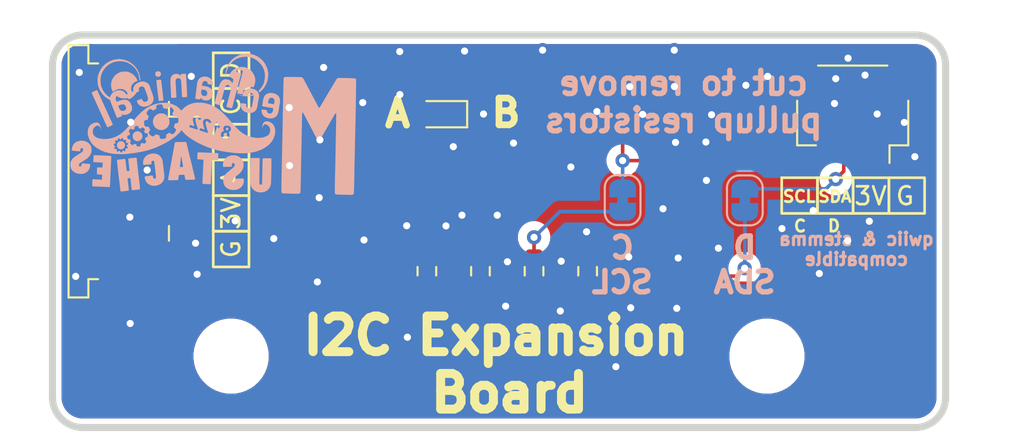
<source format=kicad_pcb>
(kicad_pcb (version 20211014) (generator pcbnew)
  (layers (0 "F.Cu" signal) (31 "B.Cu" signal) (34 "B.Paste" user) (35 "F.Paste" user) (36 "B.SilkS" user "B.Silkscreen") (37 "F.SilkS" user "F.Silkscreen") (38 "B.Mask" user) (39 "F.Mask" user) (44 "Edge.Cuts" user))
  (net 0 "")
  (net 1 "GND")
  (net 2 "+3V3")
  (net 3 "/C")
  (net 4 "/D")
  (net 5 "Net-(JP1-Pad2)")
  (net 6 "Net-(JP2-Pad2)")
  (net 7 "Net-(D1-Pad2)")
  (net 8 "/B")
  (net 9 "/A")
  (footprint "Connector_JST:JST_SH_SM04B-SRSS-TB_1x04-1MP_P1.00mm_Horizontal" (layer "F.Cu") (at 188.85 76.65 180)
    (fp_text reference "J1" hide)
    (fp_text value "Conn_01x04_MountingPin")
    (pad "1" smd roundrect locked (at -1.5 -2 180) (size 0.6 1.55) (layers "F.Cu" "F.Paste" "F.Mask") (net 1 "GND"))
    (pad "2" smd roundrect locked (at -0.5 -2 180) (size 0.6 1.55) (layers "F.Cu" "F.Paste" "F.Mask") (net 2 "+3V3"))
    (pad "3" smd roundrect locked (at 0.5 -2 180) (size 0.6 1.55) (layers "F.Cu" "F.Paste" "F.Mask") (net 4 "/D"))
    (pad "4" smd roundrect locked (at 1.5 -2 180) (size 0.6 1.55) (layers "F.Cu" "F.Paste" "F.Mask") (net 3 "/C"))
    (pad "MP" smd roundrect locked (at 2.8 1.875 180) (size 1.2 1.8) (layers "F.Cu" "F.Paste" "F.Mask") (roundrect_rratio 0.2083333333) (net 1 "GND"))
    (pad "MP" smd roundrect locked (at -2.8 1.875 180) (size 1.2 1.8) (layers "F.Cu" "F.Paste" "F.Mask") (roundrect_rratio 0.2083333333) (net 1 "GND"))
  )
  (footprint "Resistor_SMD:R_0603_1608Metric" (layer "F.Cu") (at 168.01 85.49 -90)
    (fp_text reference "R1" hide)
    (fp_text value "10k")
    (pad "1" smd roundrect (at -0.825 0 270) (size 0.8 0.95) (layers "F.Cu" "F.Paste" "F.Mask") (net 8 "/B"))
    (pad "2" smd roundrect (at 0.825 0 270) (size 0.8 0.95) (layers "F.Cu" "F.Paste" "F.Mask") (net 2 "+3V3"))
  )
  (footprint "Resistor_SMD:R_0603_1608Metric" (layer "F.Cu") (at 171.01 85.49 -90)
    (fp_text reference "R2" hide)
    (fp_text value "4.7k")
    (pad "1" smd roundrect (at -0.825 0 270) (size 0.8 0.95) (layers "F.Cu" "F.Paste" "F.Mask") (net 5 "Net-(JP1-Pad2)"))
    (pad "2" smd roundrect (at 0.825 0 270) (size 0.8 0.95) (layers "F.Cu" "F.Paste" "F.Mask") (net 2 "+3V3"))
  )
  (footprint "LED_SMD:LED_0603_1608Metric" (layer "F.Cu") (at 165.78 76.69 180)
    (fp_text reference "D1" hide)
    (fp_text value "led_g")
    (pad "1" smd roundrect locked (at -0.7875 0 180) (size 0.875 0.95) (layers "F.Cu" "F.Paste" "F.Mask") (net 1 "GND"))
    (pad "2" smd roundrect locked (at 0.7875 0 180) (size 0.875 0.95) (layers "F.Cu" "F.Paste" "F.Mask") (net 7 "Net-(D1-Pad2)"))
  )
  (footprint "MountingHole:MountingHole_3.2mm_M3_ISO14580" (layer "F.Cu") (at 184.05 90.25 180)
    (fp_text reference "H2")
    (fp_text value "MountingHole" hide)
    (pad "" np_thru_hole circle (at 0 0 180) (size 3.2 3.2) (drill 3.2) (layers *.Cu *.Mask))
  )
  (footprint "Resistor_SMD:R_0603_1608Metric" (layer "F.Cu") (at 165.01 85.49 90)
    (fp_text reference "R4" hide)
    (fp_text value "10k")
    (pad "1" smd roundrect (at -0.825 0 90) (size 0.8 0.95) (layers "F.Cu" "F.Paste" "F.Mask") (net 9 "/A"))
    (pad "2" smd roundrect (at 0.825 0 90) (size 0.8 0.95) (layers "F.Cu" "F.Paste" "F.Mask") (net 7 "Net-(D1-Pad2)"))
  )
  (footprint "Resistor_SMD:R_0603_1608Metric" (layer "F.Cu") (at 174.01 85.49 -90)
    (fp_text reference "R3" hide)
    (fp_text value "4.7k")
    (pad "1" smd roundrect (at -0.825 0 270) (size 0.8 0.95) (layers "F.Cu" "F.Paste" "F.Mask") (net 6 "Net-(JP2-Pad2)"))
    (pad "2" smd roundrect (at 0.825 0 270) (size 0.8 0.95) (layers "F.Cu" "F.Paste" "F.Mask") (net 2 "+3V3"))
  )
  (footprint "MountingHole:MountingHole_3.2mm_M3_ISO14580" (layer "F.Cu") (at 154.05 90.25 180)
    (fp_text reference "H1")
    (fp_text value "MountingHole" hide)
    (pad "" np_thru_hole circle (at 0 0 180) (size 3.2 3.2) (drill 3.2) (layers *.Cu *.Mask))
  )
  (footprint "Connector_FFC-FPC:TE_84952-6_1x06-1MP_P1.0mm_Horizontal" (layer "F.Cu") (at 149.66 79.89 -90)
    (fp_text reference "J9" hide)
    (fp_text value "Conn_01x06_MountingPin")
    (pad "1" smd rect locked (at -2.5 -1.8 270) (size 0.61 2) (layers "F.Cu" "F.Paste" "F.Mask") (net 4 "/D"))
    (pad "2" smd rect locked (at -1.5 -1.8 270) (size 0.61 2) (layers "F.Cu" "F.Paste" "F.Mask") (net 3 "/C"))
    (pad "3" smd rect locked (at -0.5 -1.8 270) (size 0.61 2) (layers "F.Cu" "F.Paste" "F.Mask") (net 8 "/B"))
    (pad "4" smd rect locked (at 0.5 -1.8 270) (size 0.61 2) (layers "F.Cu" "F.Paste" "F.Mask") (net 9 "/A"))
    (pad "5" smd rect locked (at 1.5 -1.8 270) (size 0.61 2) (layers "F.Cu" "F.Paste" "F.Mask") (net 2 "+3V3"))
    (pad "6" smd rect locked (at 2.5 -1.8 270) (size 0.61 2) (layers "F.Cu" "F.Paste" "F.Mask") (net 1 "GND"))
    (pad "MP" smd rect locked (at -5.49 1 270) (size 2.68 3.6) (layers "F.Cu" "F.Paste" "F.Mask") (net 1 "GND"))
    (pad "MP" smd rect locked (at 5.49 1 270) (size 2.68 3.6) (layers "F.Cu" "F.Paste" "F.Mask") (net 1 "GND"))
  )
  (footprint "Button_Switch_SMD:SWITCH_2x3_SMD_TACTILE_GREEN" (layer "F.Cu") (at 175.03 76.68)
    (fp_text reference "SW1")
    (fp_text value "SW_Push" hide)
    (pad "1" smd rect (at -3.85 0) (size 1.5 1.2) (layers "F.Cu" "F.Paste" "F.Mask") (net 8 "/B"))
    (pad "2" smd rect (at 3.85 0) (size 1.5 1.2) (layers "F.Cu" "F.Paste" "F.Mask") (net 1 "GND"))
  )
  (footprint "Jumper:SolderJumper-2_P1.3mm_Bridged_RoundedPad1.0x1.5mm" (layer "B.Cu") (at 175.97 81.5 -90)
    (fp_text reference "JP1" hide)
    (fp_text value "Jumper_2_Open")
    (fp_poly (pts (xy 0.25 0.3) (xy -0.25 0.3) (xy -0.25 -0.3) (xy 0.25 -0.3)) (layer "B.Cu") (width 0) (fill solid))
    (pad "1" smd custom locked (at -0.65 0 270) (size 1 0.5) (layers "B.Cu" "B.Mask") (net 3 "/C") (options (clearance outline) (anchor rect)) (primitives (gr_circle (center 0 -0.25) (end 0.5 -0.25) (width 0) (fill yes)) (gr_circle (center 0 0.25) (end 0.5 0.25) (width 0) (fill yes)) (gr_poly (pts (xy 0.5 0.75) (xy 0 0.75) (xy 0 -0.75) (xy 0.5 -0.75)) (width 0) (fill yes))))
    (pad "2" smd custom locked (at 0.65 0 270) (size 1 0.5) (layers "B.Cu" "B.Mask") (net 5 "Net-(JP1-Pad2)") (options (clearance outline) (anchor rect)) (primitives (gr_circle (center 0 -0.25) (end 0.5 -0.25) (width 0) (fill yes)) (gr_circle (center 0 0.25) (end 0.5 0.25) (width 0) (fill yes)) (gr_poly (pts (xy 0 0.75) (xy -0.5 0.75) (xy -0.5 -0.75) (xy 0 -0.75)) (width 0) (fill yes))))
  )
  (footprint "Jumper:SolderJumper-2_P1.3mm_Bridged_RoundedPad1.0x1.5mm" (layer "B.Cu") (at 182.81 81.52 -90)
    (fp_text reference "JP2" hide)
    (fp_text value "Jumper_2_Open")
    (fp_poly (pts (xy 0.25 0.3) (xy -0.25 0.3) (xy -0.25 -0.3) (xy 0.25 -0.3)) (layer "B.Cu") (width 0) (fill solid))
    (pad "1" smd custom locked (at -0.65 0 270) (size 1 0.5) (layers "B.Cu" "B.Mask") (net 4 "/D") (options (clearance outline) (anchor rect)) (primitives (gr_circle (center 0 -0.25) (end 0.5 -0.25) (width 0) (fill yes)) (gr_circle (center 0 0.25) (end 0.5 0.25) (width 0) (fill yes)) (gr_poly (pts (xy 0.5 0.75) (xy 0 0.75) (xy 0 -0.75) (xy 0.5 -0.75)) (width 0) (fill yes))))
    (pad "2" smd custom locked (at 0.65 0 270) (size 1 0.5) (layers "B.Cu" "B.Mask") (net 6 "Net-(JP2-Pad2)") (options (clearance outline) (anchor rect)) (primitives (gr_circle (center 0 -0.25) (end 0.5 -0.25) (width 0) (fill yes)) (gr_circle (center 0 0.25) (end 0.5 0.25) (width 0) (fill yes)) (gr_poly (pts (xy 0 0.75) (xy -0.5 0.75) (xy -0.5 -0.75) (xy 0 -0.75)) (width 0) (fill yes))))
  )
  (footprint "Symbol:mustache_logo_16mm" (layer "B.Cu") (at 153.05 77.25 180)
    (fp_text reference "G***" hide)
    (fp_text value "LOGO" hide)
  )
  (gr_rect (start 155.05 83.25) (end 153.05 81.25) (layer "F.SilkS") (width 0.15) (fill none))
  (gr_rect (start 155.05 81.25) (end 153.05 79.25) (layer "F.SilkS") (width 0.15) (fill none))
  (gr_rect (start 155.05 77.25) (end 153.05 75.25) (layer "F.SilkS") (width 0.15) (fill none))
  (gr_rect (start 186.875 82.25) (end 188.875 80.25) (layer "F.SilkS") (width 0.15) (fill none))
  (gr_rect (start 190.875 82.25) (end 192.875 80.25) (layer "F.SilkS") (width 0.15) (fill none))
  (gr_rect (start 184.875 82.25) (end 186.875 80.25) (layer "F.SilkS") (width 0.15) (fill none))
  (gr_rect (start 155.05 79.25) (end 153.05 77.25) (layer "F.SilkS") (width 0.15) (fill none))
  (gr_rect (start 188.875 82.25) (end 190.875 80.25) (layer "F.SilkS") (width 0.15) (fill none))
  (gr_rect (start 155.05 75.25) (end 153.05 73.25) (layer "F.SilkS") (width 0.15) (fill none))
  (gr_rect (start 155.05 85.25) (end 153.05 83.25) (layer "F.SilkS") (width 0.15) (fill none))
  (gr_arc (start 194.05 92.56005) (mid 193.55501 93.75501) (end 192.36005 94.25) (layer "Edge.Cuts") (width 0.4))
  (gr_line (start 145.73995 94.25) (end 192.36005 94.25) (layer "Edge.Cuts") (width 0.4))
  (gr_line (start 145.73995 72.25) (end 192.36005 72.25) (layer "Edge.Cuts") (width 0.4))
  (gr_line (start 194.05 92.56005) (end 194.05 73.93995) (layer "Edge.Cuts") (width 0.4))
  (gr_arc (start 145.73995 94.25) (mid 144.54499 93.75501) (end 144.05 92.56005) (layer "Edge.Cuts") (width 0.4))
  (gr_arc (start 192.36005 72.25) (mid 193.55501 72.74499) (end 194.05 73.93995) (layer "Edge.Cuts") (width 0.4))
  (gr_arc (start 144.05 73.93995) (mid 144.54499 72.74499) (end 145.73995 72.25) (layer "Edge.Cuts") (width 0.4))
  (gr_line (start 144.05 92.56005) (end 144.05 73.93995) (layer "Edge.Cuts") (width 0.4))
  (gr_text "C\nSCL" (at 175.95 85.14) (layer "B.SilkS") (effects (font (size 1.2 1.2) (thickness 0.3)) (justify mirror)))
  (gr_text "cut to remove\npullup resistors" (at 179.37 75.99) (layer "B.SilkS") (effects (font (size 1.3 1.3) (thickness 0.3)) (justify mirror)))
  (gr_text "qwiic & stemma\ncompatible" (at 189.05 84.25) (layer "B.SilkS") (effects (font (size 0.7 0.7) (thickness 0.175)) (justify mirror)))
  (gr_text "D\nSDA" (at 182.8 85.14) (layer "B.SilkS") (effects (font (size 1.2 1.2) (thickness 0.3)) (justify mirror)))
  (gr_text "A" (at 163.37 76.63) (layer "F.SilkS") (effects (font (size 1.5 1.5) (thickness 0.375))))
  (gr_text "A" (at 154.05 80.25 90) (layer "F.SilkS") (effects (font (size 1 1))))
  (gr_text "3V" (at 189.85 81.275) (layer "F.SilkS") (effects (font (size 1 1))))
  (gr_text "B" (at 169.44 76.61) (layer "F.SilkS") (effects (font (size 1.5 1.5) (thickness 0.375))))
  (gr_text "SDA" (at 187.85 81.3) (layer "F.SilkS") (effects (font (size 0.65 0.65))))
  (gr_text "G" (at 191.775 81.275) (layer "F.SilkS") (effects (font (size 1 1))))
  (gr_text "I2C Expansion \nBoard" (at 169.64 90.71) (layer "F.SilkS") (effects (font (size 2 2) (thickness 0.5))))
  (gr_text "C" (at 185.9 82.96) (layer "F.SilkS") (effects (font (size 0.65 0.65))))
  (gr_text "G" (at 154.05 84.25 90) (layer "F.SilkS") (effects (font (size 1 1))))
  (gr_text "D" (at 187.8 82.95) (layer "F.SilkS") (effects (font (size 0.65 0.65))))
  (gr_text "SCL" (at 185.85 81.3) (layer "F.SilkS") (effects (font (size 0.65 0.65))))
  (gr_text "C" (at 154.05 76.25 90) (layer "F.SilkS") (effects (font (size 1 1))))
  (gr_text "D" (at 154.05 74.25 90) (layer "F.SilkS") (effects (font (size 1 1))))
  (gr_text "3V" (at 154.05 82.25 90) (layer "F.SilkS") (effects (font (size 1 1))))
  (gr_text "B" (at 154.05 78.25 90) (layer "F.SilkS") (effects (font (size 1 1))))
  (via (at 151.82 74.57) (size 0.8) (drill 0.4) (layers "F.Cu" "B.Cu") (net 1))
  (via (at 180.63 78.25) (size 0.8) (drill 0.4) (layers "F.Cu" "B.Cu") (net 1))
  (via (at 191.74 77.15) (size 0.8) (drill 0.4) (layers "F.Cu" "B.Cu") (net 1))
  (via (at 163.88 82.94) (size 0.8) (drill 0.4) (layers "F.Cu" "B.Cu") (net 1))
  (via (at 178.87 75.14) (size 0.8) (drill 0.4) (layers "F.Cu" "B.Cu") (net 1))
  (via (at 148.38 82.46) (size 0.8) (drill 0.4) (layers "F.Cu" "B.Cu") (net 1))
  (via (at 175.59 90.84) (size 0.8) (drill 0.4) (layers "F.Cu" "B.Cu") (net 1))
  (via (at 167.12 73.15) (size 0.8) (drill 0.4) (layers "F.Cu" "B.Cu") (net 1))
  (via (at 188.57 83.78) (size 0.8) (drill 0.4) (layers "F.Cu" "B.Cu") (net 1))
  (via (at 187.9 74.7) (size 0.8) (drill 0.4) (layers "F.Cu" "B.Cu") (net 1))
  (via (at 168.95 82.35) (size 0.8) (drill 0.4) (layers "F.Cu" "B.Cu") (net 1))
  (via (at 178.23 81.99) (size 0.8) (drill 0.4) (layers "F.Cu" "B.Cu") (net 1))
  (via (at 149.35 79.82) (size 0.8) (drill 0.4) (layers "F.Cu" "B.Cu") (net 1))
  (via (at 158.98 81.37) (size 0.8) (drill 0.4) (layers "F.Cu" "B.Cu") (net 1))
  (via (at 173.95 83.28) (size 0.8) (drill 0.4) (layers "F.Cu" "B.Cu") (net 1))
  (via (at 192.33 79.07) (size 0.8) (drill 0.4) (layers "F.Cu" "B.Cu") (net 1))
  (via (at 169.42 87.45) (size 0.8) (drill 0.4) (layers "F.Cu" "B.Cu") (net 1))
  (via (at 182.87 75.07) (size 0.8) (drill 0.4) (layers "F.Cu" "B.Cu") (net 1))
  (via (at 145.55 74.35) (size 0.8) (drill 0.4) (layers "F.Cu" "B.Cu") (net 1))
  (via (at 158.88 86.09) (size 0.8) (drill 0.4) (layers "F.Cu" "B.Cu") (net 1))
  (via (at 180.66 80.4) (size 0.8) (drill 0.4) (layers "F.Cu" "B.Cu") (net 1))
  (via (at 159.02 78.13) (size 0.8) (drill 0.4) (layers "F.Cu" "B.Cu") (net 1))
  (via (at 186.64 82.09) (size 0.8) (drill 0.4) (layers "F.Cu" "B.Cu") (net 1))
  (via (at 189.54 74.5) (size 0.8) (drill 0.4) (layers "F.Cu" "B.Cu") (net 1))
  (via (at 161.42 76.04) (size 0.8) (drill 0.4) (layers "F.Cu" "B.Cu") (net 1))
  (via (at 181.33 84.2) (size 0.8) (drill 0.4) (layers "F.Cu" "B.Cu") (net 1))
  (via (at 163.92 89.19) (size 0.8) (drill 0.4) (layers "F.Cu" "B.Cu") (net 1))
  (via (at 166.08 82.95) (size 0.8) (drill 0.4) (layers "F.Cu" "B.Cu") (net 1))
  (via (at 177.09 76.7) (size 0.8) (drill 0.4) (layers "F.Cu" "B.Cu") (net 1))
  (via (at 179 87.57) (size 0.8) (drill 0.4) (layers "F.Cu" "B.Cu") (net 1))
  (via (at 176.42 87.54) (size 0.8) (drill 0.4) (layers "F.Cu" "B.Cu") (net 1))
  (via (at 156.44 83.66) (size 0.8) (drill 0.4) (layers "F.Cu" "B.Cu") (net 1))
  (via (at 189.78 82.69) (size 0.8) (drill 0.4) (layers "F.Cu" "B.Cu") (net 1))
  (via (at 180.95 76.72) (size 0.8) (drill 0.4) (layers "F.Cu" "B.Cu") (net 1))
  (via (at 171.49 73.1) (size 0.8) (drill 0.4) (layers "F.Cu" "B.Cu") (net 1))
  (via (at 152.06 83.92) (size 0.8) (drill 0.4) (layers "F.Cu" "B.Cu") (net 1))
  (via (at 161.49 83.74) (size 0.8) (drill 0.4) (layers "F.Cu" "B.Cu") (net 1))
  (via (at 145.35 85.78) (size 0.8) (drill 0.4) (layers "F.Cu" "B.Cu") (net 1))
  (via (at 157.3 76.32) (size 0.8) (drill 0.4) (layers "F.Cu" "B.Cu") (net 1))
  (via (at 184.09 74.57) (size 0.8) (drill 0.4) (layers "F.Cu" "B.Cu") (net 1))
  (via (at 188.59 73.55) (size 0.8) (drill 0.4) (layers "F.Cu" "B.Cu") (net 1))
  (via (at 174.53 76.54) (size 0.8) (drill 0.4) (layers "F.Cu" "B.Cu") (net 1))
  (via (at 190.22 76.68) (size 0.8) (drill 0.4) (layers "F.Cu" "B.Cu") (net 1))
  (via (at 152.15 85.66) (size 0.8) (drill 0.4) (layers "F.Cu" "B.Cu") (net 1))
  (via (at 184.89 83.1) (size 0.8) (drill 0.4) (layers "F.Cu" "B.Cu") (net 1))
  (via (at 179.08 84.75) (size 0.8) (drill 0.4) (layers "F.Cu" "B.Cu") (net 1))
  (via (at 168.18 76.68) (size 0.8) (drill 0.4) (layers "F.Cu" "B.Cu") (net 1))
  (via (at 187.83 76.09) (size 0.8) (drill 0.4) (layers "F.Cu" "B.Cu") (net 1))
  (via (at 176.37 75.15) (size 0.8) (drill 0.4) (layers "F.Cu" "B.Cu") (net 1))
  (via (at 163.49 73.18) (size 0.8) (drill 0.4) (layers "F.Cu" "B.Cu") (net 1))
  (via (at 178.93 78.27) (size 0.8) (drill 0.4) (layers "F.Cu" "B.Cu") (net 1))
  (via (at 178.86 73.1) (size 0.8) (drill 0.4) (layers "F.Cu" "B.Cu") (net 1))
  (via (at 157.32 79.57) (size 0.8) (drill 0.4) (layers "F.Cu" "B.Cu") (net 1))
  (via (at 172.48 87.72) (size 0.8) (drill 0.4) (layers "F.Cu" "B.Cu") (net 1))
  (via (at 173.07 79.65) (size 0.8) (drill 0.4) (layers "F.Cu" "B.Cu") (net 1))
  (via (at 176.31 84.69) (size 0.8) (drill 0.4) (layers "F.Cu" "B.Cu") (net 1))
  (via (at 159.23 74.07) (size 0.8) (drill 0.4) (layers "F.Cu" "B.Cu") (net 1))
  (via (at 172.53 84.93) (size 0.8) (drill 0.4) (layers "F.Cu" "B.Cu") (net 1))
  (via (at 154.28 82.67) (size 0.8) (drill 0.4) (layers "F.Cu" "B.Cu") (net 1))
  (via (at 169.52 84.96) (size 0.8) (drill 0.4) (layers "F.Cu" "B.Cu") (net 1))
  (via (at 148.43 77.14) (size 0.8) (drill 0.4) (layers "F.Cu" "B.Cu") (net 1))
  (via (at 166.975 82.35) (size 0.8) (drill 0.4) (layers "F.Cu" "B.Cu") (net 1))
  (via (at 186.98 85.62) (size 0.8) (drill 0.4) (layers "F.Cu" "B.Cu") (net 1))
  (via (at 169.86 78.31) (size 0.8) (drill 0.4) (layers "F.Cu" "B.Cu") (net 1))
  (via (at 166.49 78.51) (size 0.8) (drill 0.4) (layers "F.Cu" "B.Cu") (net 1))
  (via (at 148.4 88.42) (size 0.8) (drill 0.4) (layers "F.Cu" "B.Cu") (net 1))
  (via (at 163.5 75.59) (size 0.8) (drill 0.4) (layers "F.Cu" "B.Cu") (net 1))
  (segment (start 174.01 86.315) (end 184.295 86.315) (width 0.5) (layer "F.Cu") (net 2))
  (segment (start 156.09 81.39) (end 162.58952 87.88952) (width 0.5) (layer "F.Cu") (net 2))
  (segment (start 189.35 81.26) (end 189.35 78.65) (width 0.5) (layer "F.Cu") (net 2))
  (segment (start 162.58952 87.88952) (end 165.08048 87.88952) (width 0.5) (layer "F.Cu") (net 2))
  (segment (start 165.08048 87.88952) (end 166.655 86.315) (width 0.5) (layer "F.Cu") (net 2))
  (segment (start 184.295 86.315) (end 189.35 81.26) (width 0.5) (layer "F.Cu") (net 2))
  (segment (start 171.01 86.315) (end 174.01 86.315) (width 0.5) (layer "F.Cu") (net 2))
  (segment (start 168.01 86.315) (end 171.01 86.315) (width 0.5) (layer "F.Cu") (net 2))
  (segment (start 151.46 81.39) (end 156.09 81.39) (width 0.5) (layer "F.Cu") (net 2))
  (segment (start 166.655 86.315) (end 168.01 86.315) (width 0.5) (layer "F.Cu") (net 2))
  (segment (start 157.295006 78.39) (end 151.46 78.39) (width 0.2) (layer "F.Cu") (net 3))
  (segment (start 175.97 79.29) (end 175.97 76.34) (width 0.2) (layer "F.Cu") (net 3))
  (segment (start 186.75 78.65) (end 187.35 78.65) (width 0.2) (layer "F.Cu") (net 3))
  (segment (start 174.08952 74.45952) (end 161.225486 74.45952) (width 0.2) (layer "F.Cu") (net 3))
  (segment (start 175.97 79.29) (end 186.11 79.29) (width 0.2) (layer "F.Cu") (net 3))
  (segment (start 161.225486 74.45952) (end 157.295006 78.39) (width 0.2) (layer "F.Cu") (net 3))
  (segment (start 175.97 76.34) (end 174.08952 74.45952) (width 0.2) (layer "F.Cu") (net 3))
  (segment (start 186.11 79.29) (end 186.75 78.65) (width 0.2) (layer "F.Cu") (net 3))
  (via (at 175.97 79.29) (size 0.8) (drill 0.4) (layers "F.Cu" "B.Cu") (net 3))
  (segment (start 175.97 79.29) (end 175.97 80.85) (width 0.2) (layer "B.Cu") (net 3))
  (segment (start 188.35 77.61) (end 188.35 78.65) (width 0.2) (layer "F.Cu") (net 4))
  (segment (start 161.06 74.06) (end 180.02 74.06) (width 0.2) (layer "F.Cu") (net 4))
  (segment (start 183.27 77.31) (end 188.05 77.31) (width 0.2) (layer "F.Cu") (net 4))
  (segment (start 157.73 77.39) (end 161.06 74.06) (width 0.2) (layer "F.Cu") (net 4))
  (segment (start 188.35 79.88) (end 188.35 78.65) (width 0.2) (layer "F.Cu") (net 4))
  (segment (start 180.02 74.06) (end 183.27 77.31) (width 0.2) (layer "F.Cu") (net 4))
  (segment (start 188.05 77.31) (end 188.35 77.61) (width 0.2) (layer "F.Cu") (net 4))
  (segment (start 187.9 80.33) (end 188.35 79.88) (width 0.2) (layer "F.Cu") (net 4))
  (segment (start 151.46 77.39) (end 157.73 77.39) (width 0.2) (layer "F.Cu") (net 4))
  (via (at 187.9 80.33) (size 0.8) (drill 0.4) (layers "F.Cu" "B.Cu") (net 4))
  (segment (start 187.9 80.33) (end 187.36 80.87) (width 0.2) (layer "B.Cu") (net 4))
  (segment (start 187.36 80.87) (end 182.81 80.87) (width 0.2) (layer "B.Cu") (net 4))
  (segment (start 171.01 83.59) (end 171.01 84.665) (width 0.2) (layer "F.Cu") (net 5))
  (via (at 171.01 83.59) (size 0.8) (drill 0.4) (layers "F.Cu" "B.Cu") (net 5))
  (segment (start 171.01 83.59) (end 172.45 82.15) (width 0.2) (layer "B.Cu") (net 5))
  (segment (start 172.45 82.15) (end 175.97 82.15) (width 0.2) (layer "B.Cu") (net 5))
  (segment (start 174.01 85.14) (end 174.01 84.665) (width 0.2) (layer "F.Cu") (net 6))
  (segment (start 174.48548 85.61548) (end 174.01 85.14) (width 0.2) (layer "F.Cu") (net 6))
  (segment (start 174.641907 85.76548) (end 174.491907 85.61548) (width 0.2) (layer "F.Cu") (net 6))
  (segment (start 182.8 85.32) (end 182.35452 85.76548) (width 0.2) (layer "F.Cu") (net 6))
  (segment (start 174.491907 85.61548) (end 174.48548 85.61548) (width 0.2) (layer "F.Cu") (net 6))
  (segment (start 182.35452 85.76548) (end 174.641907 85.76548) (width 0.2) (layer "F.Cu") (net 6))
  (via (at 182.8 85.32) (size 0.8) (drill 0.4) (layers "F.Cu" "B.Cu") (net 6))
  (segment (start 182.81 85.31) (end 182.81 82.17) (width 0.2) (layer "B.Cu") (net 6))
  (segment (start 182.8 85.32) (end 182.81 85.31) (width 0.2) (layer "B.Cu") (net 6))
  (segment (start 164.9925 79.7025) (end 165.01 79.72) (width 0.2) (layer "F.Cu") (net 7))
  (segment (start 164.9925 76.69) (end 164.9925 79.7025) (width 0.2) (layer "F.Cu") (net 7))
  (segment (start 165.01 79.72) (end 165.01 84.665) (width 0.2) (layer "F.Cu") (net 7))
  (segment (start 167.215 84.665) (end 168.01 84.665) (width 0.2) (layer "F.Cu") (net 8))
  (segment (start 171.18 76.68) (end 169.81 76.68) (width 0.2) (layer "F.Cu") (net 8))
  (segment (start 155.432144 79.39) (end 161.657624 85.61548) (width 0.2) (layer "F.Cu") (net 8))
  (segment (start 168.01 78.48) (end 168.01 84.665) (width 0.2) (layer "F.Cu") (net 8))
  (segment (start 169.81 76.68) (end 168.01 78.48) (width 0.2) (layer "F.Cu") (net 8))
  (segment (start 166.26452 85.61548) (end 167.215 84.665) (width 0.2) (layer "F.Cu") (net 8))
  (segment (start 161.657624 85.61548) (end 166.26452 85.61548) (width 0.2) (layer "F.Cu") (net 8))
  (segment (start 151.46 79.39) (end 155.432144 79.39) (width 0.2) (layer "F.Cu") (net 8))
  (segment (start 155.867138 80.39) (end 162.817138 87.34) (width 0.2) (layer "F.Cu") (net 9))
  (segment (start 151.46 80.39) (end 155.867138 80.39) (width 0.2) (layer "F.Cu") (net 9))
  (segment (start 164.66 87.34) (end 165.01 86.99) (width 0.2) (layer "F.Cu") (net 9))
  (segment (start 162.817138 87.34) (end 164.66 87.34) (width 0.2) (layer "F.Cu") (net 9))
  (segment (start 165.01 86.99) (end 165.01 86.315) (width 0.2) (layer "F.Cu") (net 9))
  (zone (net 1) (net_name "GND") (layer "F.Cu") (connect_pads (clearance 0.508)) (min_thickness 0.254) (fill yes (thermal_gap 0.508) (thermal_bridge_width 0.508))
    (polygon (pts (xy 144.05 72.25) (xy 194.05 72.25) (xy 194.05 94.25) (xy 144.05 94.25)))
  )
  (zone (net 1) (net_name "GND") (layer "B.Cu") (connect_pads (clearance 0.508)) (min_thickness 0.254) (fill yes (thermal_gap 0.508) (thermal_bridge_width 0.508))
    (polygon (pts (xy 144.05 72.25) (xy 194.05 72.25) (xy 194.05 94.25) (xy 144.05 94.25)))
  )
)
</source>
